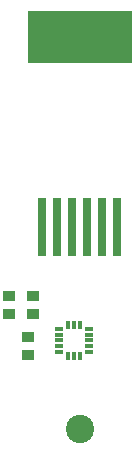
<source format=gts>
G04 (created by PCBNEW (2013-07-07 BZR 4022)-stable) date 8/8/2014 4:44:39 PM*
%MOIN*%
G04 Gerber Fmt 3.4, Leading zero omitted, Abs format*
%FSLAX34Y34*%
G01*
G70*
G90*
G04 APERTURE LIST*
%ADD10C,0.00590551*%
%ADD11R,0.0394X0.0354*%
%ADD12R,0.0299213X0.19685*%
%ADD13R,0.346457X0.177165*%
%ADD14C,0.0944882*%
%ADD15R,0.0314961X0.011811*%
%ADD16R,0.011811X0.0314961*%
G04 APERTURE END LIST*
G54D10*
G54D11*
X22834Y-23918D03*
X22834Y-23326D03*
X23622Y-23918D03*
X23622Y-23326D03*
X23464Y-25296D03*
X23464Y-24704D03*
G54D12*
X23946Y-21023D03*
X24946Y-21023D03*
X25946Y-21023D03*
X25446Y-21023D03*
X26446Y-21023D03*
X24446Y-21023D03*
G54D13*
X25196Y-14704D03*
G54D14*
X25196Y-27755D03*
G54D15*
X24507Y-24606D03*
X24507Y-24409D03*
X25511Y-24409D03*
X24507Y-24801D03*
X24507Y-25000D03*
X24507Y-25196D03*
G54D16*
X24812Y-25305D03*
X24996Y-25305D03*
X25206Y-25305D03*
G54D15*
X25511Y-25196D03*
X25511Y-25000D03*
X25511Y-24801D03*
X25511Y-24606D03*
G54D16*
X25206Y-24301D03*
X25003Y-24301D03*
X24812Y-24301D03*
M02*

</source>
